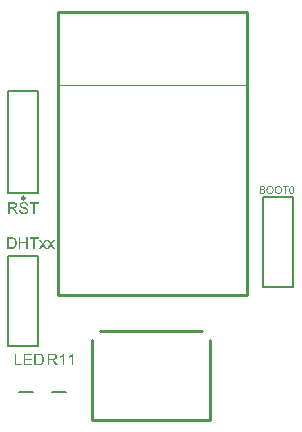
<source format=gto>
G04*
G04 #@! TF.GenerationSoftware,Altium Limited,Altium Designer,21.6.1 (37)*
G04*
G04 Layer_Color=65535*
%FSLAX24Y24*%
%MOIN*%
G70*
G04*
G04 #@! TF.SameCoordinates,2CDDA2BD-A9AE-4566-A957-8AB6CD1B29DF*
G04*
G04*
G04 #@! TF.FilePolarity,Positive*
G04*
G01*
G75*
%ADD10C,0.0098*%
%ADD11C,0.0100*%
%ADD12C,0.0079*%
%ADD13C,0.0039*%
G36*
X9539Y7796D02*
X9456D01*
Y7574D01*
X9422D01*
Y7796D01*
X9339D01*
Y7826D01*
X9539D01*
Y7796D01*
D02*
G37*
G36*
X8676Y7826D02*
X8679D01*
X8686Y7825D01*
X8693Y7824D01*
X8701Y7823D01*
X8708Y7821D01*
X8715Y7818D01*
X8716D01*
X8716Y7818D01*
X8718Y7817D01*
X8721Y7815D01*
X8725Y7812D01*
X8729Y7809D01*
X8734Y7805D01*
X8738Y7800D01*
X8742Y7795D01*
X8743Y7794D01*
X8744Y7792D01*
X8746Y7789D01*
X8748Y7784D01*
X8749Y7779D01*
X8751Y7774D01*
X8752Y7768D01*
X8753Y7762D01*
Y7761D01*
Y7759D01*
X8752Y7756D01*
X8752Y7752D01*
X8751Y7747D01*
X8749Y7742D01*
X8747Y7737D01*
X8744Y7731D01*
X8743Y7731D01*
X8742Y7729D01*
X8740Y7726D01*
X8737Y7723D01*
X8733Y7720D01*
X8729Y7716D01*
X8724Y7712D01*
X8717Y7708D01*
X8718D01*
X8718Y7708D01*
X8720Y7708D01*
X8721Y7707D01*
X8725Y7705D01*
X8730Y7703D01*
X8736Y7700D01*
X8742Y7696D01*
X8748Y7691D01*
X8753Y7685D01*
X8753Y7684D01*
X8755Y7682D01*
X8757Y7679D01*
X8759Y7675D01*
X8761Y7669D01*
X8763Y7663D01*
X8765Y7655D01*
X8765Y7647D01*
Y7647D01*
Y7646D01*
Y7644D01*
X8765Y7641D01*
X8764Y7636D01*
X8763Y7631D01*
X8762Y7626D01*
X8760Y7620D01*
X8757Y7614D01*
X8757Y7613D01*
X8756Y7612D01*
X8755Y7609D01*
X8752Y7605D01*
X8749Y7602D01*
X8747Y7598D01*
X8743Y7594D01*
X8739Y7590D01*
X8738Y7590D01*
X8737Y7589D01*
X8734Y7588D01*
X8731Y7586D01*
X8727Y7584D01*
X8722Y7582D01*
X8717Y7580D01*
X8711Y7578D01*
X8710D01*
X8708Y7577D01*
X8705Y7577D01*
X8700Y7576D01*
X8694Y7576D01*
X8687Y7575D01*
X8680Y7574D01*
X8671Y7574D01*
X8575D01*
Y7826D01*
X8674D01*
X8676Y7826D01*
D02*
G37*
G36*
X9650Y7827D02*
X9655Y7826D01*
X9661Y7825D01*
X9666Y7823D01*
X9673Y7822D01*
X9678Y7819D01*
X9679D01*
X9679Y7818D01*
X9681Y7817D01*
X9684Y7815D01*
X9687Y7813D01*
X9691Y7809D01*
X9696Y7805D01*
X9700Y7800D01*
X9704Y7795D01*
X9704Y7794D01*
X9706Y7792D01*
X9707Y7789D01*
X9710Y7784D01*
X9712Y7779D01*
X9715Y7773D01*
X9717Y7766D01*
X9719Y7758D01*
Y7757D01*
X9720Y7756D01*
X9720Y7755D01*
X9721Y7754D01*
X9721Y7751D01*
X9721Y7749D01*
X9722Y7746D01*
X9722Y7742D01*
X9723Y7738D01*
X9723Y7733D01*
X9724Y7728D01*
X9725Y7723D01*
X9725Y7717D01*
Y7712D01*
X9725Y7705D01*
Y7698D01*
Y7698D01*
Y7696D01*
Y7694D01*
Y7691D01*
X9725Y7687D01*
Y7683D01*
X9725Y7678D01*
X9724Y7673D01*
X9723Y7661D01*
X9721Y7649D01*
X9719Y7637D01*
X9718Y7632D01*
X9716Y7626D01*
Y7626D01*
X9715Y7625D01*
X9715Y7624D01*
X9714Y7622D01*
X9713Y7620D01*
X9712Y7617D01*
X9709Y7611D01*
X9705Y7604D01*
X9701Y7597D01*
X9695Y7590D01*
X9689Y7584D01*
X9688D01*
X9688Y7584D01*
X9687Y7583D01*
X9685Y7582D01*
X9683Y7581D01*
X9682Y7580D01*
X9676Y7577D01*
X9670Y7574D01*
X9662Y7572D01*
X9653Y7570D01*
X9643Y7570D01*
X9639D01*
X9637Y7570D01*
X9634Y7570D01*
X9630Y7571D01*
X9626Y7572D01*
X9622Y7573D01*
X9618Y7574D01*
X9613Y7576D01*
X9608Y7578D01*
X9603Y7581D01*
X9599Y7584D01*
X9594Y7587D01*
X9590Y7591D01*
X9586Y7596D01*
X9585Y7596D01*
X9584Y7597D01*
X9583Y7599D01*
X9582Y7602D01*
X9580Y7605D01*
X9578Y7609D01*
X9575Y7614D01*
X9573Y7620D01*
X9571Y7627D01*
X9569Y7634D01*
X9567Y7643D01*
X9565Y7652D01*
X9563Y7663D01*
X9562Y7673D01*
X9561Y7685D01*
X9561Y7698D01*
Y7699D01*
Y7700D01*
Y7703D01*
Y7705D01*
X9561Y7709D01*
Y7714D01*
X9561Y7719D01*
X9562Y7724D01*
X9563Y7735D01*
X9565Y7747D01*
X9567Y7759D01*
X9568Y7765D01*
X9570Y7770D01*
Y7771D01*
X9570Y7771D01*
X9571Y7773D01*
X9572Y7775D01*
X9572Y7777D01*
X9574Y7780D01*
X9577Y7786D01*
X9580Y7792D01*
X9585Y7799D01*
X9591Y7806D01*
X9597Y7812D01*
X9598D01*
X9598Y7813D01*
X9599Y7814D01*
X9600Y7814D01*
X9602Y7816D01*
X9604Y7817D01*
X9610Y7820D01*
X9616Y7822D01*
X9624Y7825D01*
X9633Y7826D01*
X9643Y7827D01*
X9646D01*
X9650Y7827D01*
D02*
G37*
G36*
X9201Y7830D02*
X9204D01*
X9207Y7830D01*
X9212Y7829D01*
X9216Y7828D01*
X9226Y7826D01*
X9236Y7823D01*
X9247Y7819D01*
X9252Y7816D01*
X9258Y7814D01*
X9258Y7813D01*
X9259Y7813D01*
X9260Y7812D01*
X9263Y7811D01*
X9265Y7809D01*
X9268Y7807D01*
X9274Y7802D01*
X9280Y7795D01*
X9288Y7787D01*
X9295Y7778D01*
X9301Y7767D01*
Y7767D01*
X9301Y7766D01*
X9302Y7764D01*
X9303Y7762D01*
X9304Y7759D01*
X9305Y7756D01*
X9307Y7752D01*
X9308Y7747D01*
X9309Y7743D01*
X9311Y7737D01*
X9312Y7732D01*
X9313Y7726D01*
X9315Y7713D01*
X9315Y7699D01*
Y7699D01*
Y7697D01*
Y7696D01*
X9315Y7693D01*
Y7689D01*
X9315Y7685D01*
X9314Y7681D01*
X9314Y7676D01*
X9312Y7666D01*
X9309Y7654D01*
X9305Y7642D01*
X9303Y7637D01*
X9300Y7631D01*
Y7630D01*
X9299Y7629D01*
X9298Y7628D01*
X9297Y7626D01*
X9295Y7623D01*
X9294Y7621D01*
X9288Y7614D01*
X9282Y7606D01*
X9275Y7599D01*
X9266Y7592D01*
X9256Y7585D01*
X9256D01*
X9255Y7584D01*
X9253Y7584D01*
X9251Y7582D01*
X9248Y7581D01*
X9246Y7580D01*
X9242Y7579D01*
X9238Y7577D01*
X9234Y7576D01*
X9229Y7574D01*
X9218Y7572D01*
X9207Y7570D01*
X9195Y7570D01*
X9191D01*
X9189Y7570D01*
X9186D01*
X9182Y7571D01*
X9178Y7571D01*
X9173Y7572D01*
X9164Y7574D01*
X9153Y7577D01*
X9142Y7581D01*
X9137Y7584D01*
X9131Y7587D01*
X9131Y7587D01*
X9130Y7588D01*
X9129Y7589D01*
X9127Y7590D01*
X9124Y7592D01*
X9122Y7594D01*
X9116Y7599D01*
X9109Y7606D01*
X9101Y7614D01*
X9095Y7623D01*
X9089Y7633D01*
Y7634D01*
X9088Y7635D01*
X9087Y7636D01*
X9086Y7638D01*
X9085Y7641D01*
X9084Y7645D01*
X9083Y7648D01*
X9082Y7652D01*
X9080Y7657D01*
X9079Y7662D01*
X9077Y7673D01*
X9075Y7684D01*
X9074Y7696D01*
Y7697D01*
Y7697D01*
Y7699D01*
X9075Y7703D01*
Y7707D01*
X9076Y7712D01*
X9076Y7718D01*
X9077Y7725D01*
X9079Y7732D01*
X9080Y7740D01*
X9082Y7748D01*
X9085Y7756D01*
X9089Y7764D01*
X9092Y7772D01*
X9097Y7780D01*
X9102Y7788D01*
X9108Y7795D01*
X9108Y7795D01*
X9109Y7796D01*
X9112Y7798D01*
X9114Y7800D01*
X9117Y7803D01*
X9121Y7806D01*
X9126Y7809D01*
X9132Y7812D01*
X9137Y7816D01*
X9144Y7819D01*
X9151Y7822D01*
X9159Y7825D01*
X9167Y7827D01*
X9176Y7829D01*
X9185Y7830D01*
X9195Y7830D01*
X9198D01*
X9201Y7830D01*
D02*
G37*
G36*
X8927D02*
X8930D01*
X8934Y7830D01*
X8938Y7829D01*
X8942Y7828D01*
X8952Y7826D01*
X8963Y7823D01*
X8973Y7819D01*
X8979Y7816D01*
X8984Y7814D01*
X8985Y7813D01*
X8985Y7813D01*
X8987Y7812D01*
X8989Y7811D01*
X8991Y7809D01*
X8994Y7807D01*
X9000Y7802D01*
X9007Y7795D01*
X9014Y7787D01*
X9021Y7778D01*
X9027Y7767D01*
Y7767D01*
X9028Y7766D01*
X9028Y7764D01*
X9029Y7762D01*
X9030Y7759D01*
X9032Y7756D01*
X9033Y7752D01*
X9034Y7747D01*
X9036Y7743D01*
X9037Y7737D01*
X9038Y7732D01*
X9040Y7726D01*
X9041Y7713D01*
X9042Y7699D01*
Y7699D01*
Y7697D01*
Y7696D01*
X9041Y7693D01*
Y7689D01*
X9041Y7685D01*
X9040Y7681D01*
X9040Y7676D01*
X9038Y7666D01*
X9035Y7654D01*
X9031Y7642D01*
X9029Y7637D01*
X9026Y7631D01*
Y7630D01*
X9025Y7629D01*
X9025Y7628D01*
X9023Y7626D01*
X9022Y7623D01*
X9020Y7621D01*
X9015Y7614D01*
X9009Y7606D01*
X9001Y7599D01*
X8993Y7592D01*
X8982Y7585D01*
X8982D01*
X8981Y7584D01*
X8979Y7584D01*
X8977Y7582D01*
X8975Y7581D01*
X8972Y7580D01*
X8968Y7579D01*
X8964Y7577D01*
X8960Y7576D01*
X8955Y7574D01*
X8945Y7572D01*
X8933Y7570D01*
X8921Y7570D01*
X8918D01*
X8915Y7570D01*
X8912D01*
X8908Y7571D01*
X8904Y7571D01*
X8900Y7572D01*
X8890Y7574D01*
X8879Y7577D01*
X8868Y7581D01*
X8863Y7584D01*
X8858Y7587D01*
X8857Y7587D01*
X8856Y7588D01*
X8855Y7589D01*
X8853Y7590D01*
X8851Y7592D01*
X8848Y7594D01*
X8842Y7599D01*
X8835Y7606D01*
X8828Y7614D01*
X8821Y7623D01*
X8815Y7633D01*
Y7634D01*
X8814Y7635D01*
X8813Y7636D01*
X8813Y7638D01*
X8812Y7641D01*
X8811Y7645D01*
X8809Y7648D01*
X8808Y7652D01*
X8807Y7657D01*
X8805Y7662D01*
X8803Y7673D01*
X8801Y7684D01*
X8801Y7696D01*
Y7697D01*
Y7697D01*
Y7699D01*
X8801Y7703D01*
Y7707D01*
X8802Y7712D01*
X8803Y7718D01*
X8804Y7725D01*
X8805Y7732D01*
X8807Y7740D01*
X8809Y7748D01*
X8812Y7756D01*
X8815Y7764D01*
X8819Y7772D01*
X8823Y7780D01*
X8828Y7788D01*
X8834Y7795D01*
X8835Y7795D01*
X8836Y7796D01*
X8838Y7798D01*
X8840Y7800D01*
X8844Y7803D01*
X8848Y7806D01*
X8852Y7809D01*
X8858Y7812D01*
X8864Y7816D01*
X8870Y7819D01*
X8878Y7822D01*
X8885Y7825D01*
X8894Y7827D01*
X8902Y7829D01*
X8911Y7830D01*
X8921Y7830D01*
X8924D01*
X8927Y7830D01*
D02*
G37*
G36*
X720Y7298D02*
X724D01*
X734Y7297D01*
X746Y7295D01*
X758Y7293D01*
X772Y7289D01*
X784Y7285D01*
X784D01*
X785Y7284D01*
X787Y7283D01*
X789Y7282D01*
X795Y7279D01*
X802Y7274D01*
X810Y7269D01*
X819Y7261D01*
X827Y7253D01*
X834Y7244D01*
Y7243D01*
X834Y7243D01*
X835Y7241D01*
X837Y7239D01*
X839Y7234D01*
X843Y7227D01*
X847Y7218D01*
X849Y7207D01*
X852Y7196D01*
X853Y7184D01*
X804Y7180D01*
Y7180D01*
Y7182D01*
X804Y7183D01*
X803Y7186D01*
X802Y7192D01*
X799Y7200D01*
X796Y7209D01*
X791Y7218D01*
X785Y7227D01*
X777Y7234D01*
X776Y7235D01*
X773Y7237D01*
X768Y7240D01*
X760Y7244D01*
X751Y7247D01*
X740Y7250D01*
X726Y7253D01*
X711Y7253D01*
X703D01*
X699Y7253D01*
X695Y7252D01*
X685Y7251D01*
X674Y7249D01*
X663Y7246D01*
X652Y7242D01*
X648Y7239D01*
X643Y7236D01*
X642Y7235D01*
X640Y7233D01*
X637Y7229D01*
X633Y7225D01*
X630Y7219D01*
X626Y7212D01*
X624Y7204D01*
X623Y7195D01*
Y7194D01*
Y7192D01*
X623Y7188D01*
X625Y7184D01*
X626Y7178D01*
X629Y7173D01*
X632Y7167D01*
X637Y7162D01*
X638Y7161D01*
X641Y7159D01*
X643Y7158D01*
X645Y7157D01*
X648Y7155D01*
X652Y7153D01*
X657Y7151D01*
X663Y7149D01*
X669Y7147D01*
X676Y7144D01*
X684Y7142D01*
X693Y7139D01*
X703Y7137D01*
X714Y7134D01*
X714D01*
X717Y7133D01*
X720Y7133D01*
X724Y7132D01*
X729Y7131D01*
X735Y7129D01*
X741Y7127D01*
X748Y7126D01*
X762Y7122D01*
X776Y7118D01*
X783Y7116D01*
X789Y7113D01*
X794Y7112D01*
X799Y7109D01*
X799D01*
X800Y7109D01*
X802Y7108D01*
X804Y7107D01*
X810Y7103D01*
X818Y7099D01*
X826Y7093D01*
X834Y7086D01*
X842Y7078D01*
X849Y7070D01*
X849Y7069D01*
X852Y7066D01*
X854Y7061D01*
X857Y7054D01*
X860Y7047D01*
X863Y7037D01*
X864Y7027D01*
X865Y7016D01*
Y7015D01*
Y7015D01*
Y7013D01*
Y7011D01*
X864Y7005D01*
X863Y6997D01*
X860Y6988D01*
X858Y6978D01*
X853Y6968D01*
X847Y6958D01*
Y6957D01*
X847Y6957D01*
X844Y6953D01*
X840Y6948D01*
X834Y6943D01*
X827Y6936D01*
X818Y6929D01*
X808Y6922D01*
X797Y6916D01*
X796D01*
X795Y6916D01*
X793Y6915D01*
X791Y6914D01*
X788Y6913D01*
X784Y6911D01*
X775Y6909D01*
X764Y6906D01*
X752Y6904D01*
X738Y6902D01*
X723Y6901D01*
X714D01*
X709Y6902D01*
X704D01*
X699Y6902D01*
X692Y6903D01*
X678Y6905D01*
X664Y6907D01*
X649Y6911D01*
X636Y6916D01*
X635D01*
X634Y6917D01*
X632Y6918D01*
X630Y6919D01*
X623Y6922D01*
X616Y6927D01*
X607Y6934D01*
X597Y6942D01*
X588Y6951D01*
X580Y6962D01*
Y6962D01*
X579Y6963D01*
X578Y6965D01*
X577Y6967D01*
X576Y6970D01*
X574Y6973D01*
X570Y6982D01*
X566Y6992D01*
X563Y7004D01*
X561Y7017D01*
X560Y7031D01*
X607Y7036D01*
Y7035D01*
Y7035D01*
X608Y7033D01*
Y7031D01*
X609Y7026D01*
X611Y7018D01*
X613Y7011D01*
X615Y7003D01*
X619Y6995D01*
X623Y6988D01*
X623Y6987D01*
X625Y6985D01*
X628Y6981D01*
X632Y6977D01*
X638Y6972D01*
X644Y6967D01*
X652Y6962D01*
X661Y6958D01*
X662D01*
X662Y6957D01*
X664Y6957D01*
X666Y6956D01*
X671Y6955D01*
X678Y6952D01*
X687Y6950D01*
X697Y6948D01*
X708Y6947D01*
X721Y6947D01*
X726D01*
X731Y6947D01*
X738Y6948D01*
X746Y6949D01*
X754Y6950D01*
X763Y6952D01*
X772Y6955D01*
X773Y6956D01*
X775Y6957D01*
X779Y6959D01*
X784Y6961D01*
X789Y6965D01*
X795Y6969D01*
X800Y6973D01*
X805Y6979D01*
X805Y6980D01*
X807Y6982D01*
X808Y6985D01*
X810Y6989D01*
X813Y6993D01*
X814Y6999D01*
X815Y7005D01*
X816Y7012D01*
Y7012D01*
Y7015D01*
X815Y7018D01*
X815Y7023D01*
X813Y7027D01*
X812Y7033D01*
X809Y7038D01*
X805Y7043D01*
X804Y7044D01*
X803Y7046D01*
X800Y7048D01*
X797Y7051D01*
X792Y7054D01*
X786Y7058D01*
X779Y7062D01*
X770Y7066D01*
X770Y7066D01*
X767Y7067D01*
X763Y7068D01*
X760Y7069D01*
X756Y7070D01*
X752Y7072D01*
X747Y7073D01*
X742Y7074D01*
X735Y7076D01*
X728Y7078D01*
X721Y7080D01*
X712Y7082D01*
X702Y7084D01*
X702D01*
X700Y7085D01*
X697Y7086D01*
X694Y7087D01*
X689Y7088D01*
X684Y7089D01*
X673Y7092D01*
X661Y7096D01*
X648Y7100D01*
X637Y7104D01*
X632Y7106D01*
X628Y7108D01*
X627D01*
X627Y7109D01*
X623Y7111D01*
X618Y7114D01*
X613Y7118D01*
X606Y7123D01*
X600Y7129D01*
X593Y7137D01*
X587Y7144D01*
X587Y7146D01*
X585Y7148D01*
X583Y7153D01*
X581Y7158D01*
X578Y7165D01*
X576Y7174D01*
X575Y7183D01*
X574Y7192D01*
Y7193D01*
Y7193D01*
Y7195D01*
Y7197D01*
X575Y7203D01*
X576Y7210D01*
X578Y7218D01*
X581Y7228D01*
X585Y7237D01*
X590Y7247D01*
Y7247D01*
X591Y7248D01*
X593Y7251D01*
X597Y7255D01*
X602Y7261D01*
X609Y7267D01*
X617Y7274D01*
X627Y7280D01*
X638Y7285D01*
X639D01*
X640Y7286D01*
X642Y7286D01*
X644Y7288D01*
X647Y7289D01*
X651Y7290D01*
X659Y7292D01*
X669Y7294D01*
X682Y7296D01*
X694Y7298D01*
X709Y7299D01*
X716D01*
X720Y7298D01*
D02*
G37*
G36*
X1210Y7247D02*
X1084D01*
Y6908D01*
X1032D01*
Y7247D01*
X906D01*
Y7292D01*
X1210D01*
Y7247D01*
D02*
G37*
G36*
X373Y7291D02*
X378D01*
X389Y7291D01*
X401Y7289D01*
X415Y7288D01*
X427Y7285D01*
X433Y7283D01*
X438Y7281D01*
X439D01*
X439Y7281D01*
X442Y7279D01*
X447Y7277D01*
X454Y7273D01*
X460Y7268D01*
X467Y7261D01*
X474Y7254D01*
X481Y7245D01*
Y7244D01*
X481Y7244D01*
X484Y7240D01*
X486Y7235D01*
X489Y7228D01*
X492Y7219D01*
X495Y7209D01*
X496Y7199D01*
X497Y7187D01*
Y7187D01*
Y7185D01*
Y7183D01*
X496Y7180D01*
Y7177D01*
X496Y7173D01*
X494Y7163D01*
X490Y7152D01*
X486Y7141D01*
X479Y7129D01*
X475Y7123D01*
X470Y7118D01*
X470Y7117D01*
X469Y7117D01*
X467Y7115D01*
X465Y7113D01*
X462Y7111D01*
X459Y7109D01*
X455Y7106D01*
X450Y7103D01*
X445Y7100D01*
X439Y7097D01*
X432Y7094D01*
X425Y7091D01*
X416Y7089D01*
X408Y7086D01*
X399Y7084D01*
X389Y7083D01*
X390Y7082D01*
X392Y7081D01*
X395Y7079D01*
X400Y7077D01*
X410Y7071D01*
X415Y7067D01*
X419Y7063D01*
X420Y7062D01*
X423Y7059D01*
X427Y7055D01*
X433Y7049D01*
X439Y7042D01*
X446Y7033D01*
X454Y7023D01*
X461Y7012D01*
X527Y6908D01*
X464D01*
X414Y6988D01*
Y6988D01*
X413Y6990D01*
X411Y6991D01*
X410Y6993D01*
X406Y7000D01*
X401Y7007D01*
X395Y7016D01*
X389Y7025D01*
X383Y7033D01*
X377Y7041D01*
X376Y7041D01*
X375Y7043D01*
X372Y7047D01*
X368Y7051D01*
X360Y7059D01*
X355Y7063D01*
X351Y7066D01*
X350Y7067D01*
X349Y7067D01*
X347Y7068D01*
X344Y7070D01*
X340Y7072D01*
X336Y7073D01*
X328Y7076D01*
X327D01*
X326Y7077D01*
X324D01*
X321Y7077D01*
X317Y7078D01*
X313D01*
X307Y7078D01*
X241D01*
Y6908D01*
X190D01*
Y7292D01*
X368D01*
X373Y7291D01*
D02*
G37*
G36*
X2354Y1860D02*
X2306D01*
Y2160D01*
X2306Y2160D01*
X2303Y2157D01*
X2300Y2154D01*
X2294Y2150D01*
X2288Y2145D01*
X2280Y2140D01*
X2271Y2134D01*
X2261Y2128D01*
X2261D01*
X2260Y2127D01*
X2257Y2125D01*
X2251Y2122D01*
X2245Y2119D01*
X2237Y2115D01*
X2229Y2111D01*
X2220Y2107D01*
X2212Y2104D01*
Y2149D01*
X2213D01*
X2214Y2150D01*
X2216Y2151D01*
X2219Y2152D01*
X2222Y2154D01*
X2226Y2156D01*
X2235Y2162D01*
X2246Y2168D01*
X2258Y2176D01*
X2269Y2185D01*
X2281Y2194D01*
X2281Y2195D01*
X2282Y2195D01*
X2284Y2197D01*
X2286Y2199D01*
X2291Y2204D01*
X2298Y2211D01*
X2304Y2219D01*
X2311Y2227D01*
X2318Y2236D01*
X2323Y2246D01*
X2354D01*
Y1860D01*
D02*
G37*
G36*
X2055D02*
X2008D01*
Y2160D01*
X2007Y2160D01*
X2005Y2157D01*
X2001Y2154D01*
X1996Y2150D01*
X1990Y2145D01*
X1982Y2140D01*
X1973Y2134D01*
X1963Y2128D01*
X1962D01*
X1962Y2127D01*
X1958Y2125D01*
X1953Y2122D01*
X1946Y2119D01*
X1938Y2115D01*
X1930Y2111D01*
X1922Y2107D01*
X1913Y2104D01*
Y2149D01*
X1914D01*
X1915Y2150D01*
X1917Y2151D01*
X1920Y2152D01*
X1923Y2154D01*
X1927Y2156D01*
X1937Y2162D01*
X1948Y2168D01*
X1959Y2176D01*
X1971Y2185D01*
X1982Y2194D01*
X1983Y2195D01*
X1983Y2195D01*
X1985Y2197D01*
X1987Y2199D01*
X1992Y2204D01*
X1999Y2211D01*
X2006Y2219D01*
X2013Y2227D01*
X2019Y2236D01*
X2024Y2246D01*
X2055D01*
Y1860D01*
D02*
G37*
G36*
X1693Y2244D02*
X1698D01*
X1709Y2243D01*
X1721Y2241D01*
X1735Y2240D01*
X1747Y2237D01*
X1753Y2235D01*
X1758Y2234D01*
X1759D01*
X1759Y2233D01*
X1763Y2231D01*
X1768Y2229D01*
X1774Y2225D01*
X1780Y2220D01*
X1787Y2214D01*
X1794Y2206D01*
X1801Y2197D01*
Y2196D01*
X1801Y2196D01*
X1804Y2192D01*
X1806Y2187D01*
X1809Y2180D01*
X1812Y2171D01*
X1815Y2161D01*
X1816Y2151D01*
X1817Y2139D01*
Y2139D01*
Y2138D01*
Y2135D01*
X1816Y2132D01*
Y2129D01*
X1816Y2125D01*
X1814Y2115D01*
X1810Y2104D01*
X1806Y2093D01*
X1799Y2081D01*
X1795Y2075D01*
X1790Y2070D01*
X1790Y2069D01*
X1789Y2069D01*
X1787Y2067D01*
X1785Y2065D01*
X1782Y2063D01*
X1779Y2061D01*
X1775Y2058D01*
X1770Y2055D01*
X1765Y2052D01*
X1759Y2049D01*
X1752Y2046D01*
X1745Y2043D01*
X1736Y2041D01*
X1728Y2038D01*
X1719Y2036D01*
X1709Y2035D01*
X1710Y2034D01*
X1712Y2033D01*
X1715Y2031D01*
X1720Y2029D01*
X1730Y2023D01*
X1735Y2019D01*
X1739Y2015D01*
X1740Y2014D01*
X1743Y2012D01*
X1748Y2007D01*
X1753Y2002D01*
X1759Y1994D01*
X1766Y1985D01*
X1774Y1975D01*
X1781Y1964D01*
X1847Y1860D01*
X1784D01*
X1734Y1940D01*
Y1940D01*
X1733Y1942D01*
X1731Y1943D01*
X1730Y1945D01*
X1726Y1952D01*
X1721Y1959D01*
X1715Y1968D01*
X1709Y1977D01*
X1703Y1985D01*
X1697Y1993D01*
X1696Y1993D01*
X1695Y1995D01*
X1692Y1999D01*
X1688Y2003D01*
X1680Y2011D01*
X1675Y2015D01*
X1671Y2018D01*
X1670Y2019D01*
X1669Y2019D01*
X1667Y2020D01*
X1664Y2022D01*
X1660Y2024D01*
X1657Y2025D01*
X1648Y2028D01*
X1647D01*
X1646Y2029D01*
X1644D01*
X1641Y2029D01*
X1637Y2030D01*
X1633D01*
X1627Y2030D01*
X1561D01*
Y1860D01*
X1510D01*
Y2244D01*
X1688D01*
X1693Y2244D01*
D02*
G37*
G36*
X1226D02*
X1238Y2243D01*
X1249Y2242D01*
X1260Y2240D01*
X1269Y2239D01*
X1270D01*
X1271Y2238D01*
X1272D01*
X1275Y2237D01*
X1281Y2235D01*
X1289Y2232D01*
X1297Y2229D01*
X1307Y2224D01*
X1316Y2218D01*
X1325Y2211D01*
X1326Y2210D01*
X1326Y2210D01*
X1328Y2208D01*
X1330Y2206D01*
X1336Y2201D01*
X1342Y2193D01*
X1350Y2184D01*
X1357Y2172D01*
X1365Y2160D01*
X1371Y2145D01*
Y2145D01*
X1371Y2144D01*
X1372Y2141D01*
X1373Y2138D01*
X1375Y2134D01*
X1376Y2130D01*
X1377Y2125D01*
X1378Y2119D01*
X1380Y2113D01*
X1381Y2105D01*
X1384Y2090D01*
X1386Y2073D01*
X1386Y2054D01*
Y2053D01*
Y2052D01*
Y2049D01*
Y2046D01*
X1386Y2043D01*
Y2038D01*
X1385Y2028D01*
X1383Y2015D01*
X1382Y2003D01*
X1379Y1989D01*
X1376Y1976D01*
Y1975D01*
X1375Y1974D01*
X1375Y1973D01*
X1374Y1970D01*
X1372Y1964D01*
X1368Y1957D01*
X1365Y1948D01*
X1361Y1939D01*
X1355Y1929D01*
X1350Y1920D01*
X1349Y1919D01*
X1347Y1917D01*
X1344Y1913D01*
X1339Y1908D01*
X1334Y1902D01*
X1328Y1897D01*
X1322Y1891D01*
X1315Y1886D01*
X1314Y1885D01*
X1311Y1883D01*
X1307Y1881D01*
X1302Y1878D01*
X1295Y1875D01*
X1287Y1872D01*
X1279Y1869D01*
X1269Y1866D01*
X1267D01*
X1266Y1866D01*
X1264Y1865D01*
X1259Y1864D01*
X1251Y1863D01*
X1242Y1862D01*
X1231Y1861D01*
X1220Y1861D01*
X1207Y1860D01*
X1069D01*
Y2244D01*
X1216D01*
X1226Y2244D01*
D02*
G37*
G36*
X989Y2199D02*
X762D01*
Y2081D01*
X975D01*
Y2036D01*
X762D01*
Y1906D01*
X998D01*
Y1860D01*
X711D01*
Y2244D01*
X989D01*
Y2199D01*
D02*
G37*
G36*
X461Y1906D02*
X650D01*
Y1860D01*
X410D01*
Y2244D01*
X461D01*
Y1906D01*
D02*
G37*
G36*
X850Y5740D02*
X799D01*
Y5921D01*
X600D01*
Y5740D01*
X549D01*
Y6124D01*
X600D01*
Y5966D01*
X799D01*
Y6124D01*
X850D01*
Y5740D01*
D02*
G37*
G36*
X1652Y5884D02*
X1754Y5740D01*
X1696D01*
X1639Y5826D01*
X1625Y5847D01*
X1550Y5740D01*
X1493D01*
X1595Y5884D01*
X1501Y6019D01*
X1559D01*
X1602Y5953D01*
X1603Y5952D01*
X1605Y5950D01*
X1607Y5946D01*
X1610Y5942D01*
X1612Y5937D01*
X1616Y5932D01*
X1619Y5927D01*
X1622Y5922D01*
X1622Y5923D01*
X1624Y5925D01*
X1626Y5928D01*
X1629Y5932D01*
X1632Y5937D01*
X1636Y5942D01*
X1643Y5953D01*
X1690Y6019D01*
X1747D01*
X1652Y5884D01*
D02*
G37*
G36*
X1384D02*
X1485Y5740D01*
X1428D01*
X1370Y5826D01*
X1357Y5847D01*
X1282Y5740D01*
X1224D01*
X1326Y5884D01*
X1232Y6019D01*
X1290D01*
X1334Y5953D01*
X1334Y5952D01*
X1336Y5950D01*
X1338Y5946D01*
X1341Y5942D01*
X1344Y5937D01*
X1347Y5932D01*
X1350Y5927D01*
X1353Y5922D01*
X1354Y5923D01*
X1355Y5925D01*
X1358Y5928D01*
X1360Y5932D01*
X1364Y5937D01*
X1367Y5942D01*
X1374Y5953D01*
X1422Y6019D01*
X1479D01*
X1384Y5884D01*
D02*
G37*
G36*
X1210Y6079D02*
X1084D01*
Y5740D01*
X1032D01*
Y6079D01*
X906D01*
Y6124D01*
X1210D01*
Y6079D01*
D02*
G37*
G36*
X318Y6124D02*
X329Y6123D01*
X340Y6122D01*
X351Y6120D01*
X360Y6119D01*
X361D01*
X362Y6118D01*
X364D01*
X366Y6117D01*
X372Y6115D01*
X380Y6112D01*
X389Y6109D01*
X398Y6104D01*
X408Y6098D01*
X416Y6091D01*
X417Y6090D01*
X418Y6090D01*
X419Y6088D01*
X421Y6086D01*
X427Y6081D01*
X434Y6073D01*
X441Y6064D01*
X449Y6052D01*
X456Y6040D01*
X462Y6025D01*
Y6025D01*
X462Y6024D01*
X464Y6021D01*
X464Y6018D01*
X466Y6014D01*
X467Y6010D01*
X468Y6005D01*
X470Y5999D01*
X471Y5993D01*
X472Y5985D01*
X475Y5970D01*
X477Y5953D01*
X477Y5934D01*
Y5933D01*
Y5932D01*
Y5929D01*
Y5926D01*
X477Y5923D01*
Y5918D01*
X476Y5908D01*
X475Y5895D01*
X473Y5883D01*
X470Y5869D01*
X467Y5856D01*
Y5855D01*
X466Y5854D01*
X466Y5853D01*
X465Y5850D01*
X463Y5844D01*
X460Y5837D01*
X456Y5828D01*
X452Y5819D01*
X446Y5809D01*
X441Y5800D01*
X440Y5799D01*
X438Y5797D01*
X435Y5793D01*
X430Y5788D01*
X425Y5782D01*
X419Y5777D01*
X413Y5771D01*
X406Y5766D01*
X405Y5765D01*
X403Y5763D01*
X399Y5761D01*
X393Y5758D01*
X386Y5755D01*
X379Y5752D01*
X370Y5749D01*
X360Y5746D01*
X359D01*
X357Y5746D01*
X355Y5745D01*
X350Y5744D01*
X342Y5743D01*
X333Y5742D01*
X323Y5741D01*
X311Y5741D01*
X298Y5740D01*
X160D01*
Y6124D01*
X308D01*
X318Y6124D01*
D02*
G37*
%LPC*%
G36*
X8668Y7796D02*
X8608D01*
Y7720D01*
X8670D01*
X8675Y7721D01*
X8680Y7721D01*
X8685Y7721D01*
X8690Y7722D01*
X8694Y7723D01*
X8695Y7723D01*
X8696Y7724D01*
X8698Y7725D01*
X8701Y7726D01*
X8704Y7728D01*
X8708Y7730D01*
X8711Y7733D01*
X8713Y7736D01*
X8714Y7736D01*
X8714Y7737D01*
X8716Y7739D01*
X8717Y7742D01*
X8718Y7745D01*
X8719Y7748D01*
X8720Y7753D01*
X8720Y7758D01*
Y7758D01*
Y7760D01*
X8720Y7762D01*
X8719Y7765D01*
X8718Y7768D01*
X8717Y7772D01*
X8716Y7776D01*
X8714Y7779D01*
X8713Y7780D01*
X8713Y7781D01*
X8711Y7783D01*
X8709Y7784D01*
X8707Y7787D01*
X8704Y7789D01*
X8700Y7791D01*
X8696Y7792D01*
X8696D01*
X8694Y7793D01*
X8692Y7794D01*
X8688Y7794D01*
X8682Y7795D01*
X8676Y7795D01*
X8668Y7796D01*
D02*
G37*
G36*
X8674Y7691D02*
X8608D01*
Y7604D01*
X8680D01*
X8688Y7604D01*
X8691Y7605D01*
X8694Y7605D01*
X8694D01*
X8696Y7605D01*
X8698Y7606D01*
X8700Y7606D01*
X8706Y7609D01*
X8713Y7612D01*
X8713Y7612D01*
X8714Y7613D01*
X8716Y7614D01*
X8717Y7615D01*
X8719Y7617D01*
X8722Y7620D01*
X8724Y7622D01*
X8726Y7626D01*
X8726Y7626D01*
X8726Y7627D01*
X8727Y7629D01*
X8728Y7632D01*
X8729Y7635D01*
X8730Y7638D01*
X8730Y7643D01*
X8731Y7647D01*
Y7648D01*
Y7649D01*
X8730Y7652D01*
X8730Y7656D01*
X8729Y7659D01*
X8728Y7663D01*
X8726Y7667D01*
X8723Y7671D01*
X8723Y7672D01*
X8722Y7673D01*
X8720Y7675D01*
X8718Y7677D01*
X8715Y7680D01*
X8712Y7682D01*
X8708Y7684D01*
X8703Y7686D01*
X8702Y7687D01*
X8701Y7687D01*
X8697Y7688D01*
X8693Y7688D01*
X8688Y7689D01*
X8682Y7690D01*
X8674Y7691D01*
D02*
G37*
G36*
X9643Y7802D02*
X9640D01*
X9639Y7801D01*
X9635Y7800D01*
X9630Y7799D01*
X9625Y7797D01*
X9619Y7794D01*
X9616Y7792D01*
X9613Y7790D01*
X9611Y7787D01*
X9608Y7783D01*
Y7783D01*
X9607Y7782D01*
X9607Y7781D01*
X9606Y7779D01*
X9604Y7776D01*
X9603Y7773D01*
X9602Y7769D01*
X9600Y7764D01*
X9599Y7759D01*
X9598Y7752D01*
X9596Y7746D01*
X9595Y7738D01*
X9594Y7729D01*
X9593Y7720D01*
X9593Y7709D01*
X9592Y7698D01*
Y7697D01*
Y7696D01*
Y7692D01*
X9593Y7688D01*
Y7683D01*
X9593Y7677D01*
X9594Y7671D01*
X9594Y7665D01*
X9596Y7650D01*
X9597Y7644D01*
X9599Y7637D01*
X9600Y7631D01*
X9602Y7625D01*
X9604Y7620D01*
X9607Y7616D01*
Y7615D01*
X9608Y7615D01*
X9610Y7612D01*
X9613Y7609D01*
X9617Y7605D01*
X9622Y7602D01*
X9628Y7598D01*
X9635Y7596D01*
X9639Y7596D01*
X9643Y7595D01*
X9645D01*
X9647Y7596D01*
X9650Y7596D01*
X9655Y7598D01*
X9661Y7600D01*
X9667Y7604D01*
X9670Y7606D01*
X9673Y7609D01*
X9676Y7612D01*
X9679Y7616D01*
Y7616D01*
X9679Y7617D01*
X9680Y7618D01*
X9681Y7620D01*
X9682Y7622D01*
X9683Y7625D01*
X9685Y7629D01*
X9686Y7633D01*
X9687Y7639D01*
X9689Y7645D01*
X9690Y7652D01*
X9691Y7659D01*
X9692Y7668D01*
X9693Y7677D01*
X9694Y7687D01*
Y7698D01*
Y7699D01*
Y7699D01*
Y7701D01*
Y7704D01*
X9693Y7708D01*
Y7713D01*
X9693Y7719D01*
X9693Y7725D01*
X9692Y7732D01*
X9690Y7746D01*
X9689Y7753D01*
X9687Y7759D01*
X9686Y7766D01*
X9684Y7771D01*
X9682Y7776D01*
X9679Y7781D01*
Y7781D01*
X9678Y7782D01*
X9678Y7783D01*
X9677Y7784D01*
X9673Y7787D01*
X9669Y7791D01*
X9664Y7795D01*
X9658Y7798D01*
X9654Y7800D01*
X9651Y7801D01*
X9647Y7801D01*
X9643Y7802D01*
D02*
G37*
G36*
X9195D02*
X9192D01*
X9189Y7801D01*
X9186Y7801D01*
X9183Y7800D01*
X9179Y7799D01*
X9174Y7799D01*
X9165Y7796D01*
X9160Y7794D01*
X9155Y7791D01*
X9149Y7788D01*
X9144Y7785D01*
X9139Y7782D01*
X9134Y7777D01*
X9134Y7777D01*
X9133Y7776D01*
X9132Y7775D01*
X9130Y7772D01*
X9128Y7770D01*
X9126Y7767D01*
X9124Y7763D01*
X9121Y7758D01*
X9119Y7753D01*
X9117Y7747D01*
X9115Y7740D01*
X9113Y7733D01*
X9111Y7725D01*
X9110Y7716D01*
X9109Y7706D01*
X9109Y7696D01*
Y7696D01*
Y7694D01*
Y7692D01*
X9109Y7688D01*
X9109Y7685D01*
X9110Y7680D01*
X9111Y7675D01*
X9112Y7670D01*
X9115Y7659D01*
X9117Y7653D01*
X9119Y7646D01*
X9122Y7641D01*
X9125Y7635D01*
X9129Y7629D01*
X9133Y7624D01*
X9133Y7624D01*
X9134Y7623D01*
X9136Y7622D01*
X9137Y7620D01*
X9140Y7618D01*
X9143Y7616D01*
X9146Y7614D01*
X9150Y7611D01*
X9154Y7609D01*
X9159Y7606D01*
X9164Y7604D01*
X9169Y7602D01*
X9175Y7601D01*
X9181Y7599D01*
X9188Y7598D01*
X9195Y7598D01*
X9196D01*
X9198Y7598D01*
X9201D01*
X9204Y7599D01*
X9208Y7600D01*
X9212Y7600D01*
X9216Y7601D01*
X9222Y7603D01*
X9226Y7605D01*
X9232Y7606D01*
X9237Y7609D01*
X9242Y7612D01*
X9247Y7616D01*
X9252Y7620D01*
X9257Y7624D01*
X9257Y7625D01*
X9258Y7625D01*
X9259Y7627D01*
X9261Y7629D01*
X9263Y7632D01*
X9264Y7635D01*
X9267Y7639D01*
X9269Y7644D01*
X9271Y7649D01*
X9274Y7655D01*
X9275Y7661D01*
X9278Y7667D01*
X9279Y7675D01*
X9280Y7683D01*
X9281Y7691D01*
X9281Y7700D01*
Y7700D01*
Y7701D01*
Y7703D01*
Y7705D01*
X9281Y7707D01*
Y7711D01*
X9280Y7714D01*
X9280Y7718D01*
X9279Y7726D01*
X9277Y7735D01*
X9274Y7744D01*
X9271Y7753D01*
Y7754D01*
X9270Y7754D01*
X9270Y7755D01*
X9269Y7757D01*
X9266Y7761D01*
X9263Y7766D01*
X9259Y7772D01*
X9253Y7778D01*
X9247Y7784D01*
X9240Y7789D01*
X9240D01*
X9239Y7790D01*
X9238Y7790D01*
X9236Y7791D01*
X9235Y7792D01*
X9232Y7793D01*
X9227Y7795D01*
X9220Y7798D01*
X9213Y7800D01*
X9204Y7801D01*
X9195Y7802D01*
D02*
G37*
G36*
X8921D02*
X8918D01*
X8915Y7801D01*
X8912Y7801D01*
X8909Y7800D01*
X8905Y7799D01*
X8900Y7799D01*
X8891Y7796D01*
X8886Y7794D01*
X8881Y7791D01*
X8875Y7788D01*
X8870Y7785D01*
X8865Y7782D01*
X8860Y7777D01*
X8860Y7777D01*
X8859Y7776D01*
X8858Y7775D01*
X8856Y7772D01*
X8855Y7770D01*
X8852Y7767D01*
X8850Y7763D01*
X8848Y7758D01*
X8846Y7753D01*
X8843Y7747D01*
X8841Y7740D01*
X8839Y7733D01*
X8837Y7725D01*
X8836Y7716D01*
X8835Y7706D01*
X8835Y7696D01*
Y7696D01*
Y7694D01*
Y7692D01*
X8835Y7688D01*
X8836Y7685D01*
X8836Y7680D01*
X8837Y7675D01*
X8838Y7670D01*
X8841Y7659D01*
X8843Y7653D01*
X8845Y7646D01*
X8848Y7641D01*
X8851Y7635D01*
X8855Y7629D01*
X8859Y7624D01*
X8860Y7624D01*
X8860Y7623D01*
X8862Y7622D01*
X8864Y7620D01*
X8866Y7618D01*
X8869Y7616D01*
X8872Y7614D01*
X8876Y7611D01*
X8880Y7609D01*
X8885Y7606D01*
X8890Y7604D01*
X8896Y7602D01*
X8902Y7601D01*
X8907Y7599D01*
X8914Y7598D01*
X8921Y7598D01*
X8923D01*
X8924Y7598D01*
X8927D01*
X8930Y7599D01*
X8934Y7600D01*
X8938Y7600D01*
X8943Y7601D01*
X8948Y7603D01*
X8953Y7605D01*
X8958Y7606D01*
X8963Y7609D01*
X8968Y7612D01*
X8973Y7616D01*
X8978Y7620D01*
X8983Y7624D01*
X8983Y7625D01*
X8984Y7625D01*
X8985Y7627D01*
X8987Y7629D01*
X8989Y7632D01*
X8991Y7635D01*
X8993Y7639D01*
X8995Y7644D01*
X8998Y7649D01*
X9000Y7655D01*
X9002Y7661D01*
X9004Y7667D01*
X9005Y7675D01*
X9006Y7683D01*
X9007Y7691D01*
X9007Y7700D01*
Y7700D01*
Y7701D01*
Y7703D01*
Y7705D01*
X9007Y7707D01*
Y7711D01*
X9007Y7714D01*
X9006Y7718D01*
X9005Y7726D01*
X9003Y7735D01*
X9001Y7744D01*
X8997Y7753D01*
Y7754D01*
X8997Y7754D01*
X8996Y7755D01*
X8995Y7757D01*
X8993Y7761D01*
X8989Y7766D01*
X8985Y7772D01*
X8979Y7778D01*
X8973Y7784D01*
X8966Y7789D01*
X8966D01*
X8966Y7790D01*
X8965Y7790D01*
X8963Y7791D01*
X8961Y7792D01*
X8959Y7793D01*
X8953Y7795D01*
X8947Y7798D01*
X8939Y7800D01*
X8930Y7801D01*
X8921Y7802D01*
D02*
G37*
G36*
X362Y7249D02*
X241D01*
Y7122D01*
X355D01*
X362Y7123D01*
X370Y7123D01*
X379Y7124D01*
X388Y7125D01*
X396Y7127D01*
X404Y7129D01*
X405Y7129D01*
X408Y7131D01*
X411Y7132D01*
X415Y7134D01*
X420Y7138D01*
X425Y7142D01*
X430Y7147D01*
X434Y7152D01*
X435Y7153D01*
X436Y7155D01*
X437Y7158D01*
X440Y7163D01*
X441Y7168D01*
X443Y7173D01*
X444Y7180D01*
X445Y7187D01*
Y7187D01*
Y7188D01*
X444Y7191D01*
X444Y7196D01*
X442Y7203D01*
X440Y7209D01*
X436Y7217D01*
X431Y7224D01*
X425Y7232D01*
X424Y7232D01*
X421Y7234D01*
X416Y7237D01*
X409Y7240D01*
X401Y7244D01*
X390Y7247D01*
X377Y7249D01*
X362Y7249D01*
D02*
G37*
G36*
X1682Y2201D02*
X1561D01*
Y2074D01*
X1675D01*
X1682Y2075D01*
X1690Y2075D01*
X1699Y2076D01*
X1708Y2077D01*
X1716Y2079D01*
X1724Y2081D01*
X1725Y2081D01*
X1728Y2083D01*
X1731Y2084D01*
X1735Y2086D01*
X1740Y2090D01*
X1745Y2094D01*
X1750Y2099D01*
X1754Y2104D01*
X1755Y2105D01*
X1756Y2107D01*
X1758Y2110D01*
X1760Y2115D01*
X1761Y2120D01*
X1763Y2125D01*
X1764Y2132D01*
X1765Y2139D01*
Y2139D01*
Y2140D01*
X1764Y2143D01*
X1764Y2148D01*
X1763Y2155D01*
X1760Y2161D01*
X1756Y2169D01*
X1751Y2176D01*
X1745Y2184D01*
X1744Y2184D01*
X1741Y2186D01*
X1736Y2189D01*
X1729Y2192D01*
X1721Y2196D01*
X1710Y2199D01*
X1697Y2201D01*
X1682Y2201D01*
D02*
G37*
G36*
X1209Y2199D02*
X1120D01*
Y1906D01*
X1211D01*
X1215Y1906D01*
X1223Y1907D01*
X1233Y1907D01*
X1243Y1908D01*
X1252Y1910D01*
X1261Y1912D01*
X1262Y1913D01*
X1265Y1913D01*
X1269Y1915D01*
X1274Y1917D01*
X1279Y1920D01*
X1285Y1924D01*
X1290Y1928D01*
X1296Y1932D01*
X1296Y1933D01*
X1299Y1935D01*
X1302Y1939D01*
X1306Y1945D01*
X1310Y1952D01*
X1315Y1960D01*
X1320Y1970D01*
X1324Y1980D01*
Y1981D01*
X1324Y1982D01*
X1325Y1984D01*
X1325Y1986D01*
X1326Y1989D01*
X1327Y1993D01*
X1328Y1997D01*
X1329Y2001D01*
X1331Y2012D01*
X1332Y2025D01*
X1334Y2039D01*
X1334Y2055D01*
Y2055D01*
Y2058D01*
Y2060D01*
X1334Y2065D01*
Y2070D01*
X1333Y2075D01*
X1332Y2082D01*
X1332Y2089D01*
X1329Y2104D01*
X1326Y2119D01*
X1321Y2134D01*
X1317Y2141D01*
X1314Y2147D01*
Y2147D01*
X1313Y2149D01*
X1312Y2150D01*
X1311Y2152D01*
X1306Y2158D01*
X1301Y2165D01*
X1294Y2172D01*
X1285Y2179D01*
X1276Y2185D01*
X1266Y2190D01*
X1265Y2191D01*
X1262Y2191D01*
X1257Y2193D01*
X1250Y2195D01*
X1241Y2196D01*
X1230Y2197D01*
X1223Y2198D01*
X1216D01*
X1209Y2199D01*
D02*
G37*
G36*
X300Y6079D02*
X211D01*
Y5786D01*
X302D01*
X306Y5786D01*
X314Y5787D01*
X324Y5787D01*
X334Y5788D01*
X344Y5790D01*
X352Y5792D01*
X353Y5793D01*
X356Y5793D01*
X360Y5795D01*
X365Y5797D01*
X370Y5800D01*
X376Y5804D01*
X381Y5808D01*
X387Y5812D01*
X388Y5813D01*
X390Y5815D01*
X393Y5819D01*
X397Y5825D01*
X401Y5832D01*
X406Y5840D01*
X411Y5850D01*
X415Y5860D01*
Y5861D01*
X415Y5862D01*
X416Y5864D01*
X416Y5866D01*
X417Y5869D01*
X418Y5873D01*
X419Y5877D01*
X420Y5881D01*
X422Y5892D01*
X424Y5905D01*
X425Y5919D01*
X425Y5935D01*
Y5935D01*
Y5938D01*
Y5940D01*
X425Y5945D01*
Y5950D01*
X424Y5955D01*
X424Y5962D01*
X423Y5969D01*
X420Y5984D01*
X417Y5999D01*
X412Y6014D01*
X409Y6021D01*
X405Y6027D01*
Y6027D01*
X404Y6029D01*
X403Y6030D01*
X402Y6032D01*
X398Y6038D01*
X392Y6045D01*
X385Y6052D01*
X376Y6059D01*
X367Y6065D01*
X357Y6070D01*
X356Y6071D01*
X353Y6071D01*
X348Y6073D01*
X341Y6075D01*
X332Y6076D01*
X321Y6077D01*
X314Y6078D01*
X307D01*
X300Y6079D01*
D02*
G37*
%LPD*%
D10*
X750Y7426D02*
G03*
X750Y7426I-49J0D01*
G01*
D11*
X6906Y26D02*
Y2696D01*
X2993Y26D02*
Y2696D01*
Y26D02*
X6906D01*
X3248Y2996D02*
X6648D01*
X1850Y4199D02*
X8150D01*
X1850D02*
Y13648D01*
X8150Y4199D02*
Y13648D01*
X1850D02*
X8150D01*
D12*
X8700Y4450D02*
X9700D01*
X8700D02*
Y7450D01*
X9700D01*
Y4450D02*
Y7450D01*
X1664Y954D02*
X2136D01*
X564Y954D02*
X1036D01*
X200Y7615D02*
X1200D01*
Y10985D01*
X200D02*
X1200D01*
X200Y7615D02*
Y10985D01*
Y5500D02*
X1200D01*
Y2500D02*
Y5500D01*
X200Y2500D02*
X1200D01*
X200D02*
Y5500D01*
D13*
X1850Y11207D02*
X8150D01*
M02*

</source>
